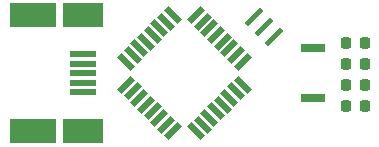
<source format=gbr>
%TF.GenerationSoftware,KiCad,Pcbnew,(6.0.11-0)*%
%TF.CreationDate,2023-05-04T16:40:56+03:00*%
%TF.ProjectId,Arduino Nano Differential impdance PCB,41726475-696e-46f2-904e-616e6f204469,rev?*%
%TF.SameCoordinates,Original*%
%TF.FileFunction,Paste,Top*%
%TF.FilePolarity,Positive*%
%FSLAX46Y46*%
G04 Gerber Fmt 4.6, Leading zero omitted, Abs format (unit mm)*
G04 Created by KiCad (PCBNEW (6.0.11-0)) date 2023-05-04 16:40:56*
%MOMM*%
%LPD*%
G01*
G04 APERTURE LIST*
G04 Aperture macros list*
%AMRoundRect*
0 Rectangle with rounded corners*
0 $1 Rounding radius*
0 $2 $3 $4 $5 $6 $7 $8 $9 X,Y pos of 4 corners*
0 Add a 4 corners polygon primitive as box body*
4,1,4,$2,$3,$4,$5,$6,$7,$8,$9,$2,$3,0*
0 Add four circle primitives for the rounded corners*
1,1,$1+$1,$2,$3*
1,1,$1+$1,$4,$5*
1,1,$1+$1,$6,$7*
1,1,$1+$1,$8,$9*
0 Add four rect primitives between the rounded corners*
20,1,$1+$1,$2,$3,$4,$5,0*
20,1,$1+$1,$4,$5,$6,$7,0*
20,1,$1+$1,$6,$7,$8,$9,0*
20,1,$1+$1,$8,$9,$2,$3,0*%
%AMRotRect*
0 Rectangle, with rotation*
0 The origin of the aperture is its center*
0 $1 length*
0 $2 width*
0 $3 Rotation angle, in degrees counterclockwise*
0 Add horizontal line*
21,1,$1,$2,0,0,$3*%
G04 Aperture macros list end*
%ADD10RotRect,0.400000X1.900000X135.000000*%
%ADD11R,2.000000X0.800000*%
%ADD12RoundRect,0.218750X-0.218750X-0.256250X0.218750X-0.256250X0.218750X0.256250X-0.218750X0.256250X0*%
%ADD13RotRect,1.600000X0.550000X225.000000*%
%ADD14RotRect,0.550000X1.600000X225.000000*%
%ADD15R,2.250000X0.500000*%
%ADD16R,4.000000X2.050000*%
%ADD17R,3.500000X2.050000*%
G04 APERTURE END LIST*
D10*
%TO.C,X1*%
X154178028Y-99568028D03*
X153329500Y-98719500D03*
X152480972Y-97870972D03*
%TD*%
D11*
%TO.C,S2*%
X157480000Y-104716000D03*
X157480000Y-100516000D03*
%TD*%
D12*
%TO.C,LEDTX1*%
X160248500Y-100076000D03*
X161823500Y-100076000D03*
%TD*%
D13*
%TO.C,U2*%
X151493605Y-101640193D03*
X150927920Y-101074507D03*
X150362234Y-100508822D03*
X149796549Y-99943136D03*
X149230864Y-99377451D03*
X148665178Y-98811766D03*
X148099493Y-98246080D03*
X147533807Y-97680395D03*
D14*
X145582193Y-97680395D03*
X145016507Y-98246080D03*
X144450822Y-98811766D03*
X143885136Y-99377451D03*
X143319451Y-99943136D03*
X142753766Y-100508822D03*
X142188080Y-101074507D03*
X141622395Y-101640193D03*
D13*
X141622395Y-103591807D03*
X142188080Y-104157493D03*
X142753766Y-104723178D03*
X143319451Y-105288864D03*
X143885136Y-105854549D03*
X144450822Y-106420234D03*
X145016507Y-106985920D03*
X145582193Y-107551605D03*
D14*
X147533807Y-107551605D03*
X148099493Y-106985920D03*
X148665178Y-106420234D03*
X149230864Y-105854549D03*
X149796549Y-105288864D03*
X150362234Y-104723178D03*
X150927920Y-104157493D03*
X151493605Y-103591807D03*
%TD*%
D12*
%TO.C,LEDPWR1*%
X160248500Y-103632000D03*
X161823500Y-103632000D03*
%TD*%
D15*
%TO.C,USB2*%
X137942700Y-101016000D03*
X137942700Y-101816000D03*
X137942700Y-102616000D03*
X137942700Y-103416000D03*
X137942700Y-104216000D03*
D16*
X133717700Y-107541000D03*
D17*
X137967700Y-107541000D03*
X137967700Y-97691000D03*
D16*
X133717700Y-97691000D03*
%TD*%
D12*
%TO.C,LEDBUILTIN1*%
X160248500Y-105410000D03*
X161823500Y-105410000D03*
%TD*%
%TO.C,LEDRX1*%
X160248500Y-101854000D03*
X161823500Y-101854000D03*
%TD*%
M02*

</source>
